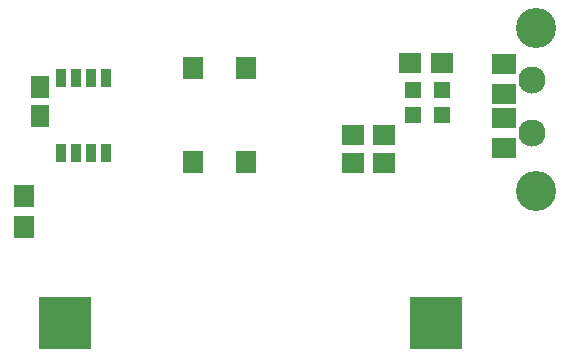
<source format=gts>
G04 #@! TF.FileFunction,Soldermask,Top*
%FSLAX46Y46*%
G04 Gerber Fmt 4.6, Leading zero omitted, Abs format (unit mm)*
G04 Created by KiCad (PCBNEW 4.0.4+e1-6308~48~ubuntu16.04.1-stable) date Tue May  2 22:28:17 2017*
%MOMM*%
%LPD*%
G01*
G04 APERTURE LIST*
%ADD10C,0.100000*%
%ADD11R,1.650000X1.900000*%
%ADD12R,1.400000X1.400000*%
%ADD13R,0.908000X1.543000*%
%ADD14C,2.300000*%
%ADD15R,2.100000X1.700000*%
%ADD16C,3.400000*%
%ADD17R,1.900000X1.700000*%
%ADD18R,1.700000X1.900000*%
%ADD19R,1.700000X1.950000*%
%ADD20R,4.400000X4.400000*%
G04 APERTURE END LIST*
D10*
D11*
X120700000Y-89150000D03*
X120700000Y-91650000D03*
D12*
X154750000Y-91500000D03*
X152250000Y-91500000D03*
X154750000Y-89400000D03*
X152250000Y-89400000D03*
D13*
X122495000Y-88425000D03*
X123765000Y-88425000D03*
X125035000Y-88425000D03*
X126305000Y-88425000D03*
X126305000Y-94775000D03*
X125035000Y-94775000D03*
X123765000Y-94775000D03*
X122495000Y-94775000D03*
D14*
X162335000Y-88565000D03*
D15*
X159985000Y-87255000D03*
X159985000Y-89795000D03*
X159985000Y-91825000D03*
X159985000Y-94365000D03*
D16*
X162655000Y-84205000D03*
X162655000Y-97925000D03*
D14*
X162335000Y-93065000D03*
D17*
X147150000Y-95600000D03*
X149850000Y-95600000D03*
X147150000Y-93200000D03*
X149850000Y-93200000D03*
X152050000Y-87100000D03*
X154750000Y-87100000D03*
D18*
X119300000Y-98350000D03*
X119300000Y-101050000D03*
D19*
X133640000Y-87590000D03*
X138140000Y-87590000D03*
X138140000Y-95550000D03*
X133640000Y-95550000D03*
D20*
X122800000Y-109100000D03*
X154200000Y-109100000D03*
M02*

</source>
